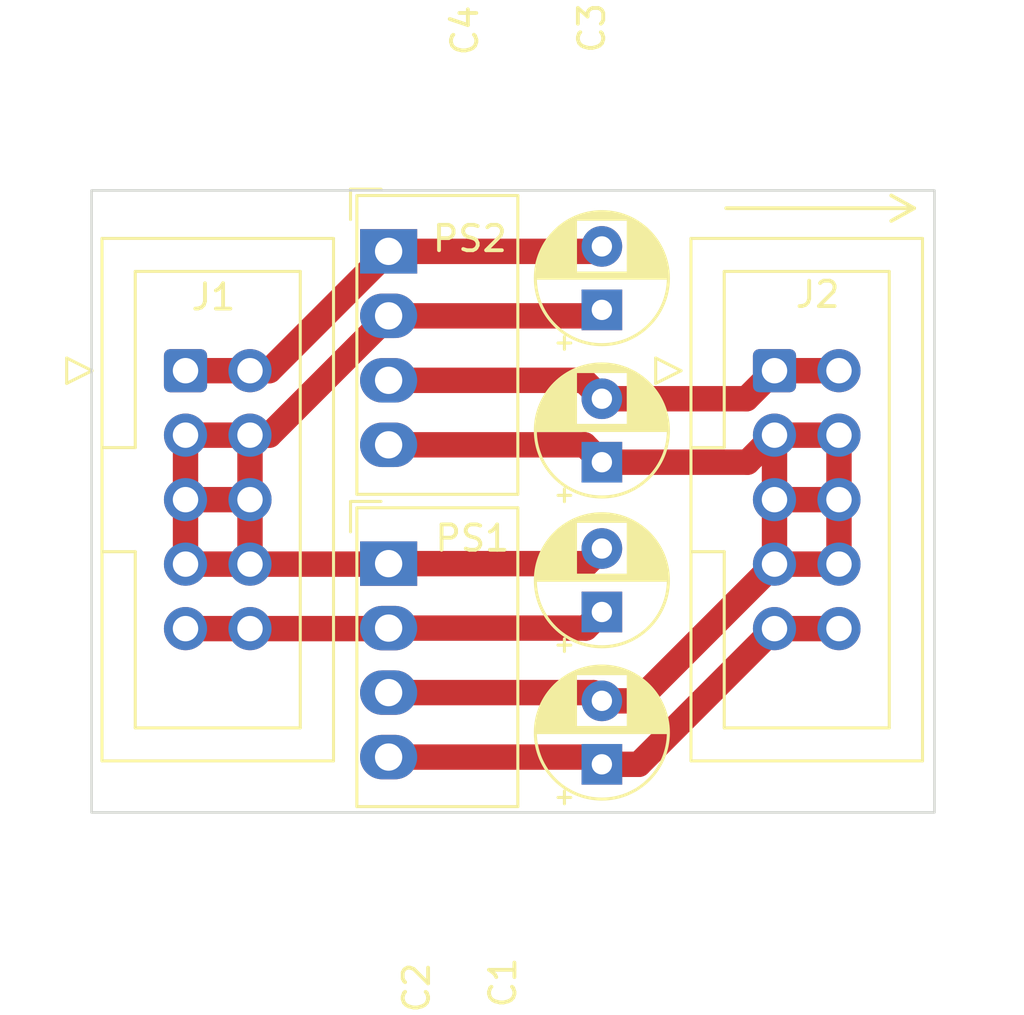
<source format=kicad_pcb>
(kicad_pcb (version 20211014) (generator pcbnew)
  (layers (0 "F.Cu" signal) (31 "B.Cu" signal) (34 "B.Paste" user) (35 "F.Paste" user) (36 "B.SilkS" user "B.Silkscreen") (37 "F.SilkS" user "F.Silkscreen") (38 "B.Mask" user) (39 "F.Mask" user) (44 "Edge.Cuts" user))
  (net 0 "")
  (net 1 "Net-(C1-Pad1)")
  (net 2 "Net-(C1-Pad2)")
  (net 3 "Net-(C2-Pad1)")
  (net 4 "Net-(C2-Pad2)")
  (net 5 "Net-(C3-Pad2)")
  (net 6 "Net-(C4-Pad2)")
  (footprint "Converter_DCDC:Converter_DCDC_Murata_MEE1SxxxxSC_THT" (layer "F.Cu") (at 97.8 88.9)
    (fp_text reference "PS1" (at 3.3 -1) (layer "F.SilkS"))
    (fp_text value "MEE1S1212SC")
    (pad "1" thru_hole rect locked (at 0 0 270) (size 1.75 2.25) (drill 1.075) (layers *.Cu *.Mask) (net 2 "Net-(C1-Pad2)"))
    (pad "2" thru_hole oval locked (at 0 2.54 270) (size 1.75 2.25) (drill 1.075) (layers *.Cu *.Mask) (net 1 "Net-(C1-Pad1)"))
    (pad "3" thru_hole oval locked (at 0 5.08 270) (size 1.75 2.25) (drill 1.075) (layers *.Cu *.Mask) (net 4 "Net-(C2-Pad2)"))
    (pad "4" thru_hole oval locked (at 0 7.62 270) (size 1.75 2.25) (drill 1.075) (layers *.Cu *.Mask) (net 3 "Net-(C2-Pad1)"))
  )
  (footprint "Connector_IDC:IDC-Header_2x05_P2.54mm_Vertical" (layer "F.Cu") (at 113 81.3)
    (fp_text reference "J2" (at 1.7 -3) (layer "F.SilkS"))
    (fp_text value "Conn_02x05_Odd_Even")
    (pad "1" thru_hole roundrect locked (at 0 0) (size 1.7 1.7) (drill 1) (layers *.Cu *.Mask) (roundrect_rratio 0.147059) (net 6 "Net-(C4-Pad2)"))
    (pad "2" thru_hole circle locked (at 2.54 0) (size 1.7 1.7) (drill 1) (layers *.Cu *.Mask) (net 6 "Net-(C4-Pad2)"))
    (pad "3" thru_hole circle locked (at 0 2.54) (size 1.7 1.7) (drill 1) (layers *.Cu *.Mask) (net 4 "Net-(C2-Pad2)"))
    (pad "4" thru_hole circle locked (at 2.54 2.54) (size 1.7 1.7) (drill 1) (layers *.Cu *.Mask) (net 4 "Net-(C2-Pad2)"))
    (pad "5" thru_hole circle locked (at 0 5.08) (size 1.7 1.7) (drill 1) (layers *.Cu *.Mask) (net 4 "Net-(C2-Pad2)"))
    (pad "6" thru_hole circle locked (at 2.54 5.08) (size 1.7 1.7) (drill 1) (layers *.Cu *.Mask) (net 4 "Net-(C2-Pad2)"))
    (pad "7" thru_hole circle locked (at 0 7.62) (size 1.7 1.7) (drill 1) (layers *.Cu *.Mask) (net 4 "Net-(C2-Pad2)"))
    (pad "8" thru_hole circle locked (at 2.54 7.62) (size 1.7 1.7) (drill 1) (layers *.Cu *.Mask) (net 4 "Net-(C2-Pad2)"))
    (pad "9" thru_hole circle locked (at 0 10.16) (size 1.7 1.7) (drill 1) (layers *.Cu *.Mask) (net 3 "Net-(C2-Pad1)"))
    (pad "10" thru_hole circle locked (at 2.54 10.16) (size 1.7 1.7) (drill 1) (layers *.Cu *.Mask) (net 3 "Net-(C2-Pad1)"))
  )
  (footprint "Converter_DCDC:Converter_DCDC_Murata_MEE1SxxxxSC_THT" (layer "F.Cu") (at 97.8 76.6)
    (fp_text reference "PS2" (at 3.2 -0.5 180) (layer "F.SilkS"))
    (fp_text value "MEE1S1212SC")
    (pad "1" thru_hole rect locked (at 0 0 270) (size 1.75 2.25) (drill 1.075) (layers *.Cu *.Mask) (net 5 "Net-(C3-Pad2)"))
    (pad "2" thru_hole oval locked (at 0 2.54 270) (size 1.75 2.25) (drill 1.075) (layers *.Cu *.Mask) (net 2 "Net-(C1-Pad2)"))
    (pad "3" thru_hole oval locked (at 0 5.08 270) (size 1.75 2.25) (drill 1.075) (layers *.Cu *.Mask) (net 6 "Net-(C4-Pad2)"))
    (pad "4" thru_hole oval locked (at 0 7.62 270) (size 1.75 2.25) (drill 1.075) (layers *.Cu *.Mask) (net 4 "Net-(C2-Pad2)"))
  )
  (footprint "Capacitor_THT:CP_Radial_D5.0mm_P2.50mm" (layer "F.Cu") (at 106.2 96.805113 90)
    (fp_text reference "C2" (at -8.794888 -7.3 90) (layer "F.SilkS"))
    (fp_text value "4.7u")
    (pad "1" thru_hole rect locked (at 0 0 90) (size 1.6 1.6) (drill 0.8) (layers *.Cu *.Mask) (net 3 "Net-(C2-Pad1)"))
    (pad "2" thru_hole circle locked (at 2.5 0 90) (size 1.6 1.6) (drill 0.8) (layers *.Cu *.Mask) (net 4 "Net-(C2-Pad2)"))
  )
  (footprint "Capacitor_THT:CP_Radial_D5.0mm_P2.50mm" (layer "F.Cu") (at 106.2 84.905112 90)
    (fp_text reference "C4" (at 17.005112 -5.4 90) (layer "F.SilkS"))
    (fp_text value "4.7u")
    (pad "1" thru_hole rect locked (at 0 0 90) (size 1.6 1.6) (drill 0.8) (layers *.Cu *.Mask) (net 4 "Net-(C2-Pad2)"))
    (pad "2" thru_hole circle locked (at 2.5 0 90) (size 1.6 1.6) (drill 0.8) (layers *.Cu *.Mask) (net 6 "Net-(C4-Pad2)"))
  )
  (footprint "Capacitor_THT:CP_Radial_D5.0mm_P2.50mm" (layer "F.Cu") (at 106.2 78.905112 90)
    (fp_text reference "C3" (at 11.105112 -0.4 90) (layer "F.SilkS"))
    (fp_text value "4.7u")
    (pad "1" thru_hole rect locked (at 0 0 90) (size 1.6 1.6) (drill 0.8) (layers *.Cu *.Mask) (net 2 "Net-(C1-Pad2)"))
    (pad "2" thru_hole circle locked (at 2.5 0 90) (size 1.6 1.6) (drill 0.8) (layers *.Cu *.Mask) (net 5 "Net-(C3-Pad2)"))
  )
  (footprint "Capacitor_THT:CP_Radial_D5.0mm_P2.50mm" (layer "F.Cu") (at 106.2 90.805112 90)
    (fp_text reference "C1" (at -14.594888 -3.9 90) (layer "F.SilkS"))
    (fp_text value "4.7u")
    (pad "1" thru_hole rect locked (at 0 0 90) (size 1.6 1.6) (drill 0.8) (layers *.Cu *.Mask) (net 1 "Net-(C1-Pad1)"))
    (pad "2" thru_hole circle locked (at 2.5 0 90) (size 1.6 1.6) (drill 0.8) (layers *.Cu *.Mask) (net 2 "Net-(C1-Pad2)"))
  )
  (footprint "Connector_IDC:IDC-Header_2x05_P2.54mm_Vertical" (layer "F.Cu") (at 89.8 81.3)
    (fp_text reference "J1" (at 1.1 -2.9) (layer "F.SilkS"))
    (fp_text value "Conn_02x05_Odd_Even")
    (pad "1" thru_hole roundrect locked (at 0 0) (size 1.7 1.7) (drill 1) (layers *.Cu *.Mask) (roundrect_rratio 0.147059) (net 5 "Net-(C3-Pad2)"))
    (pad "2" thru_hole circle locked (at 2.54 0) (size 1.7 1.7) (drill 1) (layers *.Cu *.Mask) (net 5 "Net-(C3-Pad2)"))
    (pad "3" thru_hole circle locked (at 0 2.54) (size 1.7 1.7) (drill 1) (layers *.Cu *.Mask) (net 2 "Net-(C1-Pad2)"))
    (pad "4" thru_hole circle locked (at 2.54 2.54) (size 1.7 1.7) (drill 1) (layers *.Cu *.Mask) (net 2 "Net-(C1-Pad2)"))
    (pad "5" thru_hole circle locked (at 0 5.08) (size 1.7 1.7) (drill 1) (layers *.Cu *.Mask) (net 2 "Net-(C1-Pad2)"))
    (pad "6" thru_hole circle locked (at 2.54 5.08) (size 1.7 1.7) (drill 1) (layers *.Cu *.Mask) (net 2 "Net-(C1-Pad2)"))
    (pad "7" thru_hole circle locked (at 0 7.62) (size 1.7 1.7) (drill 1) (layers *.Cu *.Mask) (net 2 "Net-(C1-Pad2)"))
    (pad "8" thru_hole circle locked (at 2.54 7.62) (size 1.7 1.7) (drill 1) (layers *.Cu *.Mask) (net 2 "Net-(C1-Pad2)"))
    (pad "9" thru_hole circle locked (at 0 10.16) (size 1.7 1.7) (drill 1) (layers *.Cu *.Mask) (net 1 "Net-(C1-Pad1)"))
    (pad "10" thru_hole circle locked (at 2.54 10.16) (size 1.7 1.7) (drill 1) (layers *.Cu *.Mask) (net 1 "Net-(C1-Pad1)"))
  )
  (gr_line (start 118.5 74.9) (end 117.6 75.4) (layer "F.SilkS") (width 0.15))
  (gr_line (start 111.1 74.9) (end 118.5 74.9) (layer "F.SilkS") (width 0.15))
  (gr_line (start 118.5 74.9) (end 117.6 74.4) (layer "F.SilkS") (width 0.15))
  (gr_rect (start 86.1 74.2) (end 119.3 98.7) (layer "Edge.Cuts") (width 0.1) (fill none))
  (segment (start 92.34 91.46) (end 97.78 91.46) (width 1) (layer "F.Cu") (net 1))
  (segment (start 105.565112 91.44) (end 106.2 90.805112) (width 1) (layer "F.Cu") (net 1))
  (segment (start 97.78 91.46) (end 97.8 91.44) (width 1) (layer "F.Cu") (net 1))
  (segment (start 97.8 91.44) (end 105.565112 91.44) (width 1) (layer "F.Cu") (net 1))
  (segment (start 89.8 91.46) (end 92.34 91.46) (width 1) (layer "F.Cu") (net 1))
  (segment (start 89.8 86.38) (end 89.8 88.92) (width 1) (layer "F.Cu") (net 2))
  (segment (start 97.8 79.14) (end 105.965112 79.14) (width 1) (layer "F.Cu") (net 2))
  (segment (start 105.605112 88.9) (end 106.2 88.305112) (width 1) (layer "F.Cu") (net 2))
  (segment (start 89.8 88.92) (end 92.34 88.92) (width 1) (layer "F.Cu") (net 2))
  (segment (start 92.34 83.84) (end 92.34 86.38) (width 1) (layer "F.Cu") (net 2))
  (segment (start 97.8 88.9) (end 105.605112 88.9) (width 1) (layer "F.Cu") (net 2))
  (segment (start 97.78 88.92) (end 97.8 88.9) (width 1) (layer "F.Cu") (net 2))
  (segment (start 89.8 83.84) (end 92.34 83.84) (width 1) (layer "F.Cu") (net 2))
  (segment (start 89.8 86.38) (end 92.34 86.38) (width 1) (layer "F.Cu") (net 2))
  (segment (start 105.965112 79.14) (end 106.2 78.905112) (width 1) (layer "F.Cu") (net 2))
  (segment (start 89.8 83.84) (end 89.8 86.38) (width 1) (layer "F.Cu") (net 2))
  (segment (start 92.34 86.38) (end 92.34 88.92) (width 1) (layer "F.Cu") (net 2))
  (segment (start 92.34 83.84) (end 93.1 83.84) (width 1) (layer "F.Cu") (net 2))
  (segment (start 92.34 88.92) (end 97.78 88.92) (width 1) (layer "F.Cu") (net 2))
  (segment (start 93.1 83.84) (end 97.8 79.14) (width 1) (layer "F.Cu") (net 2))
  (segment (start 106.2 96.805113) (end 107.654887 96.805113) (width 1) (layer "F.Cu") (net 3))
  (segment (start 105.914887 96.52) (end 106.2 96.805113) (width 1) (layer "F.Cu") (net 3))
  (segment (start 97.8 96.52) (end 105.914887 96.52) (width 1) (layer "F.Cu") (net 3))
  (segment (start 113 91.46) (end 115.54 91.46) (width 1) (layer "F.Cu") (net 3))
  (segment (start 107.654887 96.805113) (end 113 91.46) (width 1) (layer "F.Cu") (net 3))
  (segment (start 106.2 94.305113) (end 107.614887 94.305113) (width 1) (layer "F.Cu") (net 4))
  (segment (start 97.8 84.22) (end 105.514888 84.22) (width 1) (layer "F.Cu") (net 4))
  (segment (start 113 83.84) (end 115.54 83.84) (width 1) (layer "F.Cu") (net 4))
  (segment (start 111.934888 84.905112) (end 113 83.84) (width 1) (layer "F.Cu") (net 4))
  (segment (start 113 88.92) (end 115.54 88.92) (width 1) (layer "F.Cu") (net 4))
  (segment (start 115.54 83.84) (end 115.54 86.38) (width 1) (layer "F.Cu") (net 4))
  (segment (start 106.2 84.905112) (end 111.934888 84.905112) (width 1) (layer "F.Cu") (net 4))
  (segment (start 113 83.84) (end 113 86.38) (width 1) (layer "F.Cu") (net 4))
  (segment (start 97.8 93.98) (end 105.874887 93.98) (width 1) (layer "F.Cu") (net 4))
  (segment (start 105.514888 84.22) (end 106.2 84.905112) (width 1) (layer "F.Cu") (net 4))
  (segment (start 113 88.92) (end 113 86.38) (width 1) (layer "F.Cu") (net 4))
  (segment (start 113 86.38) (end 115.54 86.38) (width 1) (layer "F.Cu") (net 4))
  (segment (start 105.874887 93.98) (end 106.2 94.305113) (width 1) (layer "F.Cu") (net 4))
  (segment (start 107.614887 94.305113) (end 113 88.92) (width 1) (layer "F.Cu") (net 4))
  (segment (start 115.54 88.92) (end 115.54 86.38) (width 1) (layer "F.Cu") (net 4))
  (segment (start 97.8 76.6) (end 106.005112 76.6) (width 1) (layer "F.Cu") (net 5))
  (segment (start 93.1 81.3) (end 97.8 76.6) (width 1) (layer "F.Cu") (net 5))
  (segment (start 92.34 81.3) (end 93.1 81.3) (width 1) (layer "F.Cu") (net 5))
  (segment (start 106.005112 76.6) (end 106.2 76.405112) (width 1) (layer "F.Cu") (net 5))
  (segment (start 89.8 81.3) (end 92.34 81.3) (width 1) (layer "F.Cu") (net 5))
  (segment (start 97.8 81.68) (end 105.474888 81.68) (width 1) (layer "F.Cu") (net 6))
  (segment (start 111.894888 82.405112) (end 113 81.3) (width 1) (layer "F.Cu") (net 6))
  (segment (start 105.474888 81.68) (end 106.2 82.405112) (width 1) (layer "F.Cu") (net 6))
  (segment (start 113 81.3) (end 115.54 81.3) (width 1) (layer "F.Cu") (net 6))
  (segment (start 106.2 82.405112) (end 111.894888 82.405112) (width 1) (layer "F.Cu") (net 6))
)
</source>
